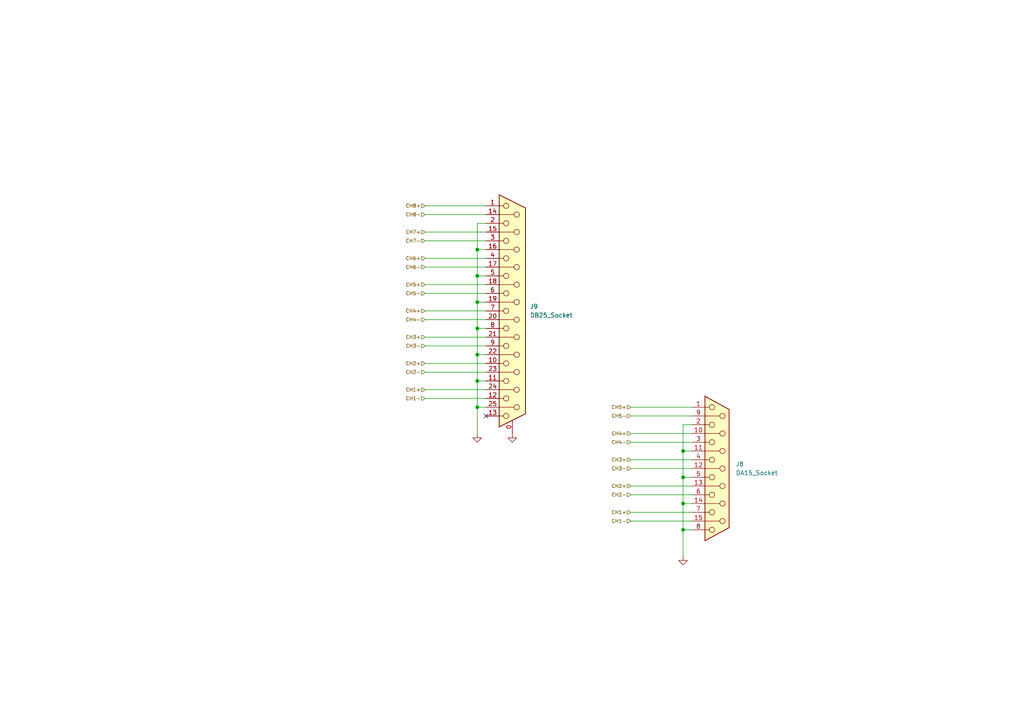
<source format=kicad_sch>
(kicad_sch (version 20250114) (generator "eeschema") (generator_version "9.0")
  (paper "A4")
  (lib_symbols
    (symbol "Connector:DA15_Socket" (pin_names (offset 1.016) (hide yes))
      (property "Reference" "J" (at 0.508 21.59 0))
      (property "Value" "DA15_Socket" (at 0 -22.225 0))
      (symbol "DA15_Socket_0_1"
        (polyline (pts (xy -3.81 20.955) (xy 3.175 17.145) (xy 3.175 -17.145) (xy -3.81 -20.955) (xy -3.81 20.955)) (stroke (width 0.254)) (fill (type background)))
        (polyline (pts (xy -3.81 17.78) (xy -2.54 17.78)))
        (polyline (pts (xy -3.81 15.24) (xy 0.508 15.24)))
        (polyline (pts (xy -3.81 12.7) (xy -2.54 12.7)))
        (polyline (pts (xy -3.81 10.16) (xy 0.508 10.16)))
        (polyline (pts (xy -3.81 7.62) (xy -2.54 7.62)))
        (polyline (pts (xy -3.81 5.08) (xy 0.508 5.08)))
        (polyline (pts (xy -3.81 2.54) (xy -2.54 2.54)))
        (polyline (pts (xy -3.81 0) (xy 0.508 0)))
        (polyline (pts (xy -3.81 -2.54) (xy -2.54 -2.54)))
        (polyline (pts (xy -3.81 -5.08) (xy 0.508 -5.08)))
        (polyline (pts (xy -3.81 -7.62) (xy -2.54 -7.62)))
        (polyline (pts (xy -3.81 -10.16) (xy 0.508 -10.16)))
        (polyline (pts (xy -3.81 -12.7) (xy -2.54 -12.7)))
        (polyline (pts (xy -3.81 -15.24) (xy 0.508 -15.24)))
        (polyline (pts (xy -3.81 -17.78) (xy -2.54 -17.78)))
        (circle (center -1.778 17.78) (radius 0.762))
        (circle (center -1.778 12.7) (radius 0.762))
        (circle (center -1.778 7.62) (radius 0.762))
        (circle (center -1.778 2.54) (radius 0.762))
        (circle (center -1.778 -2.54) (radius 0.762))
        (circle (center -1.778 -7.62) (radius 0.762))
        (circle (center -1.778 -12.7) (radius 0.762))
        (circle (center -1.778 -17.78) (radius 0.762))
        (circle (center 1.27 15.24) (radius 0.762))
        (circle (center 1.27 10.16) (radius 0.762))
        (circle (center 1.27 5.08) (radius 0.762))
        (circle (center 1.27 0) (radius 0.762))
        (circle (center 1.27 -5.08) (radius 0.762))
        (circle (center 1.27 -10.16) (radius 0.762))
        (circle (center 1.27 -15.24) (radius 0.762))
      )
      (symbol "DA15_Socket_1_1"
        (pin passive line (at -7.62 17.78 0) (length 3.81) (name "1") (number "1"))
        (pin passive line (at -7.62 15.24 0) (length 3.81) (name "P9") (number "9"))
        (pin passive line (at -7.62 12.7 0) (length 3.81) (name "2") (number "2"))
        (pin passive line (at -7.62 10.16 0) (length 3.81) (name "P10") (number "10"))
        (pin passive line (at -7.62 7.62 0) (length 3.81) (name "3") (number "3"))
        (pin passive line (at -7.62 5.08 0) (length 3.81) (name "P111") (number "11"))
        (pin passive line (at -7.62 2.54 0) (length 3.81) (name "4") (number "4"))
        (pin passive line (at -7.62 0 0) (length 3.81) (name "P12") (number "12"))
        (pin passive line (at -7.62 -2.54 0) (length 3.81) (name "5") (number "5"))
        (pin passive line (at -7.62 -5.08 0) (length 3.81) (name "P13") (number "13"))
        (pin passive line (at -7.62 -7.62 0) (length 3.81) (name "6") (number "6"))
        (pin passive line (at -7.62 -10.16 0) (length 3.81) (name "P14") (number "14"))
        (pin passive line (at -7.62 -12.7 0) (length 3.81) (name "7") (number "7"))
        (pin passive line (at -7.62 -15.24 0) (length 3.81) (name "P15") (number "15"))
        (pin passive line (at -7.62 -17.78 0) (length 3.81) (name "8") (number "8"))
      )
    )
    (symbol "Connector:DB25_Socket_MountingHoles" (pin_names (offset 1.016) (hide yes))
      (property "Reference" "J" (at 0 36.83 0))
      (property "Value" "DB25_Socket_MountingHoles" (at 0 34.925 0))
      (symbol "DB25_Socket_MountingHoles_0_1"
        (polyline (pts (xy -3.81 33.655) (xy 3.81 29.845) (xy 3.81 -29.845) (xy -3.81 -33.655) (xy -3.81 33.655)) (stroke (width 0.254)) (fill (type background)))
        (polyline (pts (xy -3.81 30.48) (xy -2.54 30.48)))
        (polyline (pts (xy -3.81 27.94) (xy 0.508 27.94)))
        (polyline (pts (xy -3.81 25.4) (xy -2.54 25.4)))
        (polyline (pts (xy -3.81 22.86) (xy 0.508 22.86)))
        (polyline (pts (xy -3.81 20.32) (xy -2.54 20.32)))
        (polyline (pts (xy -3.81 17.78) (xy 0.508 17.78)))
        (polyline (pts (xy -3.81 15.24) (xy -2.54 15.24)))
        (polyline (pts (xy -3.81 12.7) (xy 0.508 12.7)))
        (polyline (pts (xy -3.81 10.16) (xy -2.54 10.16)))
        (polyline (pts (xy -3.81 7.62) (xy 0.508 7.62)))
        (polyline (pts (xy -3.81 5.08) (xy -2.54 5.08)))
        (polyline (pts (xy -3.81 2.54) (xy 0.508 2.54)))
        (polyline (pts (xy -3.81 0) (xy -2.54 0)))
        (polyline (pts (xy -3.81 -2.54) (xy 0.508 -2.54)))
        (polyline (pts (xy -3.81 -5.08) (xy -2.54 -5.08)))
        (polyline (pts (xy -3.81 -7.62) (xy 0.508 -7.62)))
        (polyline (pts (xy -3.81 -10.16) (xy -2.54 -10.16)))
        (polyline (pts (xy -3.81 -12.7) (xy 0.508 -12.7)))
        (polyline (pts (xy -3.81 -15.24) (xy -2.54 -15.24)))
        (polyline (pts (xy -3.81 -17.78) (xy 0.508 -17.78)))
        (polyline (pts (xy -3.81 -20.32) (xy -2.54 -20.32)))
        (polyline (pts (xy -3.81 -22.86) (xy 0.508 -22.86)))
        (polyline (pts (xy -3.81 -25.4) (xy -2.54 -25.4)))
        (polyline (pts (xy -3.81 -27.94) (xy 0.508 -27.94)))
        (polyline (pts (xy -3.81 -30.48) (xy -2.54 -30.48)))
        (circle (center -1.778 30.48) (radius 0.762))
        (circle (center -1.778 25.4) (radius 0.762))
        (circle (center -1.778 20.32) (radius 0.762))
        (circle (center -1.778 15.24) (radius 0.762))
        (circle (center -1.778 10.16) (radius 0.762))
        (circle (center -1.778 5.08) (radius 0.762))
        (circle (center -1.778 0) (radius 0.762))
        (circle (center -1.778 -5.08) (radius 0.762))
        (circle (center -1.778 -10.16) (radius 0.762))
        (circle (center -1.778 -15.24) (radius 0.762))
        (circle (center -1.778 -20.32) (radius 0.762))
        (circle (center -1.778 -25.4) (radius 0.762))
        (circle (center -1.778 -30.48) (radius 0.762))
        (circle (center 1.27 27.94) (radius 0.762))
        (circle (center 1.27 22.86) (radius 0.762))
        (circle (center 1.27 17.78) (radius 0.762))
        (circle (center 1.27 12.7) (radius 0.762))
        (circle (center 1.27 7.62) (radius 0.762))
        (circle (center 1.27 2.54) (radius 0.762))
        (circle (center 1.27 -2.54) (radius 0.762))
        (circle (center 1.27 -7.62) (radius 0.762))
        (circle (center 1.27 -12.7) (radius 0.762))
        (circle (center 1.27 -17.78) (radius 0.762))
        (circle (center 1.27 -22.86) (radius 0.762))
        (circle (center 1.27 -27.94) (radius 0.762))
      )
      (symbol "DB25_Socket_MountingHoles_1_1"
        (pin passive line (at -7.62 30.48 0) (length 3.81) (name "1") (number "1"))
        (pin passive line (at -7.62 27.94 0) (length 3.81) (name "P14") (number "14"))
        (pin passive line (at -7.62 25.4 0) (length 3.81) (name "2") (number "2"))
        (pin passive line (at -7.62 22.86 0) (length 3.81) (name "P15") (number "15"))
        (pin passive line (at -7.62 20.32 0) (length 3.81) (name "3") (number "3"))
        (pin passive line (at -7.62 17.78 0) (length 3.81) (name "P16") (number "16"))
        (pin passive line (at -7.62 15.24 0) (length 3.81) (name "4") (number "4"))
        (pin passive line (at -7.62 12.7 0) (length 3.81) (name "P17") (number "17"))
        (pin passive line (at -7.62 10.16 0) (length 3.81) (name "5") (number "5"))
        (pin passive line (at -7.62 7.62 0) (length 3.81) (name "P18") (number "18"))
        (pin passive line (at -7.62 5.08 0) (length 3.81) (name "6") (number "6"))
        (pin passive line (at -7.62 2.54 0) (length 3.81) (name "P19") (number "19"))
        (pin passive line (at -7.62 0 0) (length 3.81) (name "7") (number "7"))
        (pin passive line (at -7.62 -2.54 0) (length 3.81) (name "P20") (number "20"))
        (pin passive line (at -7.62 -5.08 0) (length 3.81) (name "8") (number "8"))
        (pin passive line (at -7.62 -7.62 0) (length 3.81) (name "P21") (number "21"))
        (pin passive line (at -7.62 -10.16 0) (length 3.81) (name "9") (number "9"))
        (pin passive line (at -7.62 -12.7 0) (length 3.81) (name "P22") (number "22"))
        (pin passive line (at -7.62 -15.24 0) (length 3.81) (name "10") (number "10"))
        (pin passive line (at -7.62 -17.78 0) (length 3.81) (name "P23") (number "23"))
        (pin passive line (at -7.62 -20.32 0) (length 3.81) (name "11") (number "11"))
        (pin passive line (at -7.62 -22.86 0) (length 3.81) (name "P24") (number "24"))
        (pin passive line (at -7.62 -25.4 0) (length 3.81) (name "12") (number "12"))
        (pin passive line (at -7.62 -27.94 0) (length 3.81) (name "P25") (number "25"))
        (pin passive line (at -7.62 -30.48 0) (length 3.81) (name "13") (number "13"))
        (pin passive line (at 0 -35.56 90) (length 3.81) (name "PAD") (number "0"))
      )
    )
    (symbol "power:GND" (power) (pin_numbers (hide yes)) (pin_names (offset 0) (hide yes))
      (property "Value" "GND" (at 0 -3.81 0))
      (symbol "GND_0_1"
        (polyline (pts (xy 0 0) (xy 0 -1.27) (xy 1.27 -1.27) (xy 0 -2.54) (xy -1.27 -1.27) (xy 0 -1.27)))
      )
      (symbol "GND_1_1"
        (pin power_in line (at 0 0 270) (length 0) (name "~") (number "1"))
      )
    )
  )
  (junction (at 138.43 80.01))
  (junction (at 138.43 87.63))
  (junction (at 138.43 118.11))
  (junction (at 198.12 130.81))
  (junction (at 138.43 110.49))
  (junction (at 138.43 72.39))
  (junction (at 198.12 146.05))
  (junction (at 198.12 153.67))
  (junction (at 138.43 95.25))
  (junction (at 198.12 138.43))
  (junction (at 138.43 102.87))
  (no_connect (at 140.97 120.65))
  (wire (pts (xy 138.43 110.49) (xy 138.43 118.11)))
  (wire (pts (xy 123.19 62.23) (xy 140.97 62.23)))
  (wire (pts (xy 198.12 130.81) (xy 200.66 130.81)))
  (wire (pts (xy 198.12 146.05) (xy 198.12 153.67)))
  (wire (pts (xy 123.19 97.79) (xy 140.97 97.79)))
  (wire (pts (xy 198.12 123.19) (xy 198.12 130.81)))
  (wire (pts (xy 138.43 95.25) (xy 140.97 95.25)))
  (wire (pts (xy 182.88 120.65) (xy 200.66 120.65)))
  (wire (pts (xy 123.19 67.31) (xy 140.97 67.31)))
  (wire (pts (xy 182.88 133.35) (xy 200.66 133.35)))
  (wire (pts (xy 182.88 118.11) (xy 200.66 118.11)))
  (wire (pts (xy 123.19 115.57) (xy 140.97 115.57)))
  (wire (pts (xy 198.12 123.19) (xy 200.66 123.19)))
  (wire (pts (xy 182.88 148.59) (xy 200.66 148.59)))
  (wire (pts (xy 123.19 85.09) (xy 140.97 85.09)))
  (wire (pts (xy 182.88 128.27) (xy 200.66 128.27)))
  (wire (pts (xy 182.88 140.97) (xy 200.66 140.97)))
  (wire (pts (xy 198.12 153.67) (xy 198.12 161.29)))
  (wire (pts (xy 138.43 110.49) (xy 140.97 110.49)))
  (wire (pts (xy 138.43 64.77) (xy 140.97 64.77)))
  (wire (pts (xy 198.12 130.81) (xy 198.12 138.43)))
  (wire (pts (xy 123.19 90.17) (xy 140.97 90.17)))
  (wire (pts (xy 138.43 87.63) (xy 138.43 95.25)))
  (wire (pts (xy 138.43 80.01) (xy 140.97 80.01)))
  (wire (pts (xy 138.43 87.63) (xy 140.97 87.63)))
  (wire (pts (xy 198.12 138.43) (xy 198.12 146.05)))
  (wire (pts (xy 182.88 125.73) (xy 200.66 125.73)))
  (wire (pts (xy 138.43 102.87) (xy 140.97 102.87)))
  (wire (pts (xy 182.88 143.51) (xy 200.66 143.51)))
  (wire (pts (xy 138.43 118.11) (xy 138.43 125.73)))
  (wire (pts (xy 123.19 113.03) (xy 140.97 113.03)))
  (wire (pts (xy 198.12 146.05) (xy 200.66 146.05)))
  (wire (pts (xy 138.43 64.77) (xy 138.43 72.39)))
  (wire (pts (xy 182.88 135.89) (xy 200.66 135.89)))
  (wire (pts (xy 123.19 92.71) (xy 140.97 92.71)))
  (wire (pts (xy 123.19 74.93) (xy 140.97 74.93)))
  (wire (pts (xy 182.88 151.13) (xy 200.66 151.13)))
  (wire (pts (xy 123.19 69.85) (xy 140.97 69.85)))
  (wire (pts (xy 198.12 138.43) (xy 200.66 138.43)))
  (wire (pts (xy 123.19 59.69) (xy 140.97 59.69)))
  (wire (pts (xy 138.43 80.01) (xy 138.43 87.63)))
  (wire (pts (xy 138.43 95.25) (xy 138.43 102.87)))
  (wire (pts (xy 138.43 72.39) (xy 140.97 72.39)))
  (wire (pts (xy 123.19 100.33) (xy 140.97 100.33)))
  (wire (pts (xy 198.12 153.67) (xy 200.66 153.67)))
  (wire (pts (xy 138.43 102.87) (xy 138.43 110.49)))
  (wire (pts (xy 138.43 72.39) (xy 138.43 80.01)))
  (wire (pts (xy 123.19 105.41) (xy 140.97 105.41)))
  (wire (pts (xy 138.43 118.11) (xy 140.97 118.11)))
  (wire (pts (xy 123.19 77.47) (xy 140.97 77.47)))
  (wire (pts (xy 123.19 82.55) (xy 140.97 82.55)))
  (wire (pts (xy 123.19 107.95) (xy 140.97 107.95)))
  (hierarchical_label "CH1+" (shape input) (at 123.19 113.03 180) (effects (font (size 1 1))))
  (hierarchical_label "CH1-" (shape input) (at 182.88 151.13 180) (effects (font (size 1 1))))
  (hierarchical_label "CH3+" (shape input) (at 123.19 97.79 180) (effects (font (size 1 1))))
  (hierarchical_label "CH7-" (shape input) (at 123.19 69.85 180) (effects (font (size 1 1))))
  (hierarchical_label "CH4+" (shape input) (at 123.19 90.17 180) (effects (font (size 1 1))))
  (hierarchical_label "CH5-" (shape input) (at 123.19 85.09 180) (effects (font (size 1 1))))
  (hierarchical_label "CH4-" (shape input) (at 182.88 128.27 180) (effects (font (size 1 1))))
  (hierarchical_label "CH6+" (shape input) (at 123.19 74.93 180) (effects (font (size 1 1))))
  (hierarchical_label "CH2-" (shape input) (at 182.88 143.51 180) (effects (font (size 1 1))))
  (hierarchical_label "CH4-" (shape input) (at 123.19 92.71 180) (effects (font (size 1 1))))
  (hierarchical_label "CH8-" (shape input) (at 123.19 62.23 180) (effects (font (size 1 1))))
  (hierarchical_label "CH3-" (shape input) (at 123.19 100.33 180) (effects (font (size 1 1))))
  (hierarchical_label "CH6-" (shape input) (at 123.19 77.47 180) (effects (font (size 1 1))))
  (hierarchical_label "CH2-" (shape input) (at 123.19 107.95 180) (effects (font (size 1 1))))
  (hierarchical_label "CH1-" (shape input) (at 123.19 115.57 180) (effects (font (size 1 1))))
  (hierarchical_label "CH5-" (shape input) (at 182.88 120.65 180) (effects (font (size 1 1))))
  (hierarchical_label "CH8+" (shape input) (at 123.19 59.69 180) (effects (font (size 1 1))))
  (hierarchical_label "CH3-" (shape input) (at 182.88 135.89 180) (effects (font (size 1 1))))
  (hierarchical_label "CH4+" (shape input) (at 182.88 125.73 180) (effects (font (size 1 1))))
  (hierarchical_label "CH7+" (shape input) (at 123.19 67.31 180) (effects (font (size 1 1))))
  (hierarchical_label "CH2+" (shape input) (at 182.88 140.97 180) (effects (font (size 1 1))))
  (hierarchical_label "CH2+" (shape input) (at 123.19 105.41 180) (effects (font (size 1 1))))
  (hierarchical_label "CH1+" (shape input) (at 182.88 148.59 180) (effects (font (size 1 1))))
  (hierarchical_label "CH5+" (shape input) (at 182.88 118.11 180) (effects (font (size 1 1))))
  (hierarchical_label "CH3+" (shape input) (at 182.88 133.35 180) (effects (font (size 1 1))))
  (hierarchical_label "CH5+" (shape input) (at 123.19 82.55 180) (effects (font (size 1 1))))
  (symbol (lib_id "Connector:DB25_Socket_MountingHoles") (at 148.59 90.17 0) (unit 1)
    (property "Reference" "J9" (at 153.67 88.8999 0) (effects (justify left)))
    (property "Value" "DB25_Socket" (at 153.67 91.4399 0) (effects (justify left)))
    (property "Description" "25-pin D-SUB connector, socket (female), Mounting Hole" (effects (hide yes)))
  )
  (symbol (lib_id "power:GND") (at 198.12 161.29 0) (unit 1)
    (property "Reference" "#PWR0909" (effects (hide yes)))
    (property "Value" "GND" (effects (hide yes)))
    (property "Description" "Power symbol creates a global label with name \"GND\" , ground" (effects (hide yes)))
  )
  (symbol (lib_id "power:GND") (at 148.59 125.73 0) (unit 1)
    (property "Reference" "#PWR0908" (effects (hide yes)))
    (property "Value" "GND" (effects (hide yes)))
    (property "Description" "Power symbol creates a global label with name \"GND\" , ground" (effects (hide yes)))
  )
  (symbol (lib_id "Connector:DA15_Socket") (at 208.28 135.89 0) (unit 1)
    (property "Reference" "J8" (at 213.36 134.6199 0) (effects (justify left)))
    (property "Value" "DA15_Socket" (at 213.36 137.1599 0) (effects (justify left)))
    (property "Description" "15-pin D-SUB connector, socket (female) (low-density/2 columns)" (effects (hide yes)))
  )
  (symbol (lib_id "power:GND") (at 138.43 125.73 0) (unit 1)
    (property "Reference" "#PWR0334" (effects (hide yes)))
    (property "Value" "GND" (effects (hide yes)))
    (property "Description" "Power symbol creates a global label with name \"GND\" , ground" (effects (hide yes)))
  )
)
</source>
